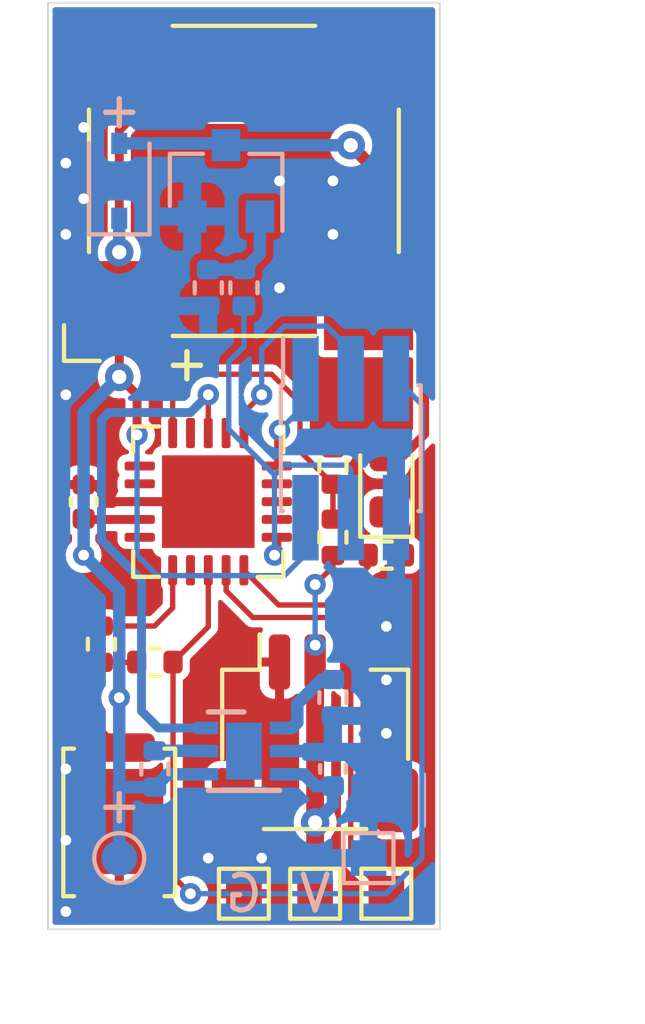
<source format=kicad_pcb>
(kicad_pcb (version 20221018) (generator pcbnew)
  (layers (0 "F.Cu" signal) (31 "B.Cu" signal) (34 "B.Paste" user) (35 "F.Paste" user) (36 "B.SilkS" user "B.Silkscreen") (37 "F.SilkS" user "F.Silkscreen") (38 "B.Mask" user) (39 "F.Mask" user) (44 "Edge.Cuts" user))
  (net 0 "")
  (net 1 "Net-(BZ1-Pad2)")
  (net 2 "VDD")
  (net 3 "GND")
  (net 4 "VCC")
  (net 5 "Net-(D2-Pad1)")
  (net 6 "/PA5_MISO")
  (net 7 "/PA4_SCK")
  (net 8 "/PA6_MOSI")
  (net 9 "/RST")
  (net 10 "/PB2_BZ-")
  (net 11 "Net-(Q1-Pad1)")
  (net 12 "Net-(R3-Pad1)")
  (net 13 "/PA3_SW")
  (net 14 "Net-(R7-Pad1)")
  (net 15 "Net-(R8-Pad1)")
  (net 16 "Net-(R9-Pad1)")
  (net 17 "/~{CHRG}")
  (net 18 "Net-(U1-Pad4)")
  (net 19 "Net-(U1-Pad6)")
  (net 20 "Net-(U1-Pad7)")
  (net 21 "Net-(U1-Pad10)")
  (net 22 "Net-(U1-Pad12)")
  (net 23 "Net-(U1-Pad17)")
  (net 24 "Net-(U1-Pad18)")
  (net 25 "Net-(U1-Pad19)")
  (net 26 "Net-(U1-Pad2)")
  (footprint "Buzzer_Beeper:MagneticBuzzer_CUI_CMT-8504-100-SMT" (layer "F.Cu") (at 160.5 94 90)
    (fp_text reference "BZ1" hide)
    (fp_text value "MLT-8530")
    (fp_text user "+" (at -5.1 -1.6 180) (layer "F.SilkS"))
    (fp_line (start -5.05 -5.05) (end -4.05 -5.05) (stroke (width 0.12)) (layer "F.SilkS"))
    (fp_line (start -5.05 -4.05) (end -5.05 -5.05) (stroke (width 0.12)) (layer "F.SilkS"))
    (fp_line (start -4.35 -2) (end -4.35 2) (stroke (width 0.12)) (layer "F.SilkS"))
    (fp_line (start -2 4.35) (end 2 4.35) (stroke (width 0.12)) (layer "F.SilkS"))
    (fp_line (start 2 -4.35) (end -2 -4.35) (stroke (width 0.12)) (layer "F.SilkS"))
    (fp_line (start 4.35 2) (end 4.35 -2) (stroke (width 0.12)) (layer "F.SilkS"))
    (pad "1" smd rect (at -3.5 -3.5) (size 2.5 2.5) (layers "F.Cu" "F.Paste" "F.Mask") (net 2 "VDD"))
    (pad "2" smd rect (at -3.5 3.5) (size 2.5 2.5) (layers "F.Cu" "F.Paste" "F.Mask") (net 1 "Net-(BZ1-Pad2)"))
    (pad "3" smd rect (at 3.5 3.5) (size 2.5 2.5) (layers "F.Cu" "F.Paste" "F.Mask"))
    (pad "4" smd rect (at 3.5 -3.5) (size 2.5 2.5) (layers "F.Cu" "F.Paste" "F.Mask"))
  )
  (footprint "Capacitor_SMD:C_0402_1005Metric" (layer "F.Cu") (at 156 103 -90)
    (fp_text reference "C1")
    (fp_text value "100nF")
    (fp_line (start -0.107836 -0.36) (end 0.107836 -0.36) (stroke (width 0.12)) (layer "F.SilkS"))
    (fp_line (start -0.107836 0.36) (end 0.107836 0.36) (stroke (width 0.12)) (layer "F.SilkS"))
    (pad "1" smd roundrect (at -0.48 0 270) (size 0.56 0.62) (layers "F.Cu" "F.Paste" "F.Mask") (net 3 "GND"))
    (pad "2" smd roundrect (at 0.48 0 270) (size 0.56 0.62) (layers "F.Cu" "F.Paste" "F.Mask") (net 2 "VDD"))
  )
  (footprint "LED_SMD:LED_0603_1608Metric" (layer "F.Cu") (at 164.5 102.5 90)
    (fp_text reference "D2")
    (fp_text value "LED")
    (fp_line (start -1.485 -0.735) (end -1.485 0.735) (stroke (width 0.12)) (layer "F.SilkS"))
    (fp_line (start -1.485 0.735) (end 0.8 0.735) (stroke (width 0.12)) (layer "F.SilkS"))
    (fp_line (start 0.8 -0.735) (end -1.485 -0.735) (stroke (width 0.12)) (layer "F.SilkS"))
    (pad "1" smd roundrect (at -0.7875 0 90) (size 0.875 0.95) (layers "F.Cu" "F.Paste" "F.Mask") (net 5 "Net-(D2-Pad1)"))
    (pad "2" smd roundrect (at 0.7875 0 90) (size 0.875 0.95) (layers "F.Cu" "F.Paste" "F.Mask") (net 2 "VDD"))
  )
  (footprint "TestPoint:TestPoint_Pad_1.0x1.0mm" (layer "F.Cu") (at 162.5 114)
    (fp_text reference "J2")
    (fp_text value "V")
    (fp_line (start -0.7 -0.7) (end 0.7 -0.7) (stroke (width 0.12)) (layer "F.SilkS"))
    (fp_line (start -0.7 0.7) (end -0.7 -0.7) (stroke (width 0.12)) (layer "F.SilkS"))
    (fp_line (start 0.7 -0.7) (end 0.7 0.7) (stroke (width 0.12)) (layer "F.SilkS"))
    (fp_line (start 0.7 0.7) (end -0.7 0.7) (stroke (width 0.12)) (layer "F.SilkS"))
    (pad "1" smd rect (at 0 0) (size 1 1) (layers "F.Cu" "F.Mask") (net 4 "VCC"))
  )
  (footprint "TestPoint:TestPoint_Pad_1.0x1.0mm" (layer "F.Cu") (at 160.5 114)
    (fp_text reference "J3")
    (fp_text value "G")
    (fp_line (start -0.7 -0.7) (end 0.7 -0.7) (stroke (width 0.12)) (layer "F.SilkS"))
    (fp_line (start -0.7 0.7) (end -0.7 -0.7) (stroke (width 0.12)) (layer "F.SilkS"))
    (fp_line (start 0.7 -0.7) (end 0.7 0.7) (stroke (width 0.12)) (layer "F.SilkS"))
    (fp_line (start 0.7 0.7) (end -0.7 0.7) (stroke (width 0.12)) (layer "F.SilkS"))
    (pad "1" smd rect (at 0 0) (size 1 1) (layers "F.Cu" "F.Mask") (net 3 "GND"))
  )
  (footprint "TestPoint:TestPoint_Pad_1.0x1.0mm" (layer "F.Cu") (at 164.5 114)
    (fp_text reference "J4")
    (fp_text value "BZ")
    (fp_line (start -0.7 -0.7) (end 0.7 -0.7) (stroke (width 0.12)) (layer "F.SilkS"))
    (fp_line (start -0.7 0.7) (end -0.7 -0.7) (stroke (width 0.12)) (layer "F.SilkS"))
    (fp_line (start 0.7 -0.7) (end 0.7 0.7) (stroke (width 0.12)) (layer "F.SilkS"))
    (fp_line (start 0.7 0.7) (end -0.7 0.7) (stroke (width 0.12)) (layer "F.SilkS"))
    (pad "1" smd rect (at 0 0) (size 1 1) (layers "F.Cu" "F.Mask") (net 10 "/PB2_BZ-"))
  )
  (footprint "Resistor_SMD:R_0402_1005Metric" (layer "F.Cu") (at 163 104 -90)
    (fp_text reference "R3")
    (fp_text value "100k")
    (fp_line (start -0.153641 -0.38) (end 0.153641 -0.38) (stroke (width 0.12)) (layer "F.SilkS"))
    (fp_line (start -0.153641 0.38) (end 0.153641 0.38) (stroke (width 0.12)) (layer "F.SilkS"))
    (pad "1" smd roundrect (at -0.51 0 270) (size 0.54 0.64) (layers "F.Cu" "F.Paste" "F.Mask") (net 12 "Net-(R3-Pad1)"))
    (pad "2" smd roundrect (at 0.51 0 270) (size 0.54 0.64) (layers "F.Cu" "F.Paste" "F.Mask") (net 4 "VCC"))
  )
  (footprint "Resistor_SMD:R_0402_1005Metric" (layer "F.Cu") (at 163 102 -90)
    (fp_text reference "R4")
    (fp_text value "10k")
    (fp_line (start -0.153641 -0.38) (end 0.153641 -0.38) (stroke (width 0.12)) (layer "F.SilkS"))
    (fp_line (start -0.153641 0.38) (end 0.153641 0.38) (stroke (width 0.12)) (layer "F.SilkS"))
    (pad "1" smd roundrect (at -0.51 0 270) (size 0.54 0.64) (layers "F.Cu" "F.Paste" "F.Mask") (net 3 "GND"))
    (pad "2" smd roundrect (at 0.51 0 270) (size 0.54 0.64) (layers "F.Cu" "F.Paste" "F.Mask") (net 12 "Net-(R3-Pad1)"))
  )
  (footprint "Resistor_SMD:R_0402_1005Metric" (layer "F.Cu") (at 158 107.5)
    (fp_text reference "R5")
    (fp_text value "10k")
    (fp_line (start -0.153641 -0.38) (end 0.153641 -0.38) (stroke (width 0.12)) (layer "F.SilkS"))
    (fp_line (start -0.153641 0.38) (end 0.153641 0.38) (stroke (width 0.12)) (layer "F.SilkS"))
    (pad "1" smd roundrect (at -0.51 0) (size 0.54 0.64) (layers "F.Cu" "F.Paste" "F.Mask") (net 2 "VDD"))
    (pad "2" smd roundrect (at 0.51 0) (size 0.54 0.64) (layers "F.Cu" "F.Paste" "F.Mask") (net 9 "/RST"))
  )
  (footprint "Resistor_SMD:R_0402_1005Metric" (layer "F.Cu") (at 156.5 107 -90)
    (fp_text reference "R6")
    (fp_text value "10k")
    (fp_line (start -0.153641 -0.38) (end 0.153641 -0.38) (stroke (width 0.12)) (layer "F.SilkS"))
    (fp_line (start -0.153641 0.38) (end 0.153641 0.38) (stroke (width 0.12)) (layer "F.SilkS"))
    (pad "1" smd roundrect (at -0.51 0 270) (size 0.54 0.64) (layers "F.Cu" "F.Paste" "F.Mask") (net 13 "/PA3_SW"))
    (pad "2" smd roundrect (at 0.51 0 270) (size 0.54 0.64) (layers "F.Cu" "F.Paste" "F.Mask") (net 2 "VDD"))
  )
  (footprint "Resistor_SMD:R_0402_1005Metric" (layer "F.Cu") (at 164.5 104.5)
    (fp_text reference "R7" hide)
    (fp_text value "100")
    (fp_line (start -0.153641 -0.38) (end 0.153641 -0.38) (stroke (width 0.12)) (layer "F.SilkS"))
    (fp_line (start -0.153641 0.38) (end 0.153641 0.38) (stroke (width 0.12)) (layer "F.SilkS"))
    (pad "1" smd roundrect (at -0.51 0) (size 0.54 0.64) (layers "F.Cu" "F.Paste" "F.Mask") (net 14 "Net-(R7-Pad1)"))
    (pad "2" smd roundrect (at 0.51 0) (size 0.54 0.64) (layers "F.Cu" "F.Paste" "F.Mask") (net 5 "Net-(D2-Pad1)"))
  )
  (footprint "Button_Switch_SMD:SW_Push_SPST_NO_Alps_SKRK" (layer "F.Cu") (at 157 112 -90)
    (fp_text reference "SW1")
    (fp_text value "BTN")
    (fp_line (start -2.07 -1.57) (end 2.07 -1.57) (stroke (width 0.12)) (layer "F.SilkS"))
    (fp_line (start -2.07 -1.27) (end -2.07 -1.57) (stroke (width 0.12)) (layer "F.SilkS"))
    (fp_line (start -2.07 1.57) (end -2.07 1.27) (stroke (width 0.12)) (layer "F.SilkS"))
    (fp_line (start 2.07 -1.57) (end 2.07 -1.27) (stroke (width 0.12)) (layer "F.SilkS"))
    (fp_line (start 2.07 1.27) (end 2.07 1.57) (stroke (width 0.12)) (layer "F.SilkS"))
    (fp_line (start 2.07 1.57) (end -2.07 1.57) (stroke (width 0.12)) (layer "F.SilkS"))
    (pad "1" smd roundrect (at -2.1 0 270) (size 0.8 2) (layers "F.Cu" "F.Paste" "F.Mask") (net 13 "/PA3_SW"))
    (pad "2" smd roundrect (at 2.1 0 270) (size 0.8 2) (layers "F.Cu" "F.Paste" "F.Mask") (net 3 "GND"))
  )
  (footprint "Package_DFN_QFN:QFN-20-1EP_4x4mm_P0.5mm_EP2.6x2.6mm" (layer "F.Cu") (at 159.5 103 -90)
    (fp_text reference "U1")
    (fp_text value "ATtiny24A-MU")
    (fp_line (start -2.11 2.11) (end -2.11 1.385) (stroke (width 0.12)) (layer "F.SilkS"))
    (fp_line (start -1.385 -2.11) (end -2.11 -2.11) (stroke (width 0.12)) (layer "F.SilkS"))
    (fp_line (start -1.385 2.11) (end -2.11 2.11) (stroke (width 0.12)) (layer "F.SilkS"))
    (fp_line (start 1.385 -2.11) (end 2.11 -2.11) (stroke (width 0.12)) (layer "F.SilkS"))
    (fp_line (start 1.385 2.11) (end 2.11 2.11) (stroke (width 0.12)) (layer "F.SilkS"))
    (fp_line (start 2.11 -2.11) (end 2.11 -1.385) (stroke (width 0.12)) (layer "F.SilkS"))
    (fp_line (start 2.11 2.11) (end 2.11 1.385) (stroke (width 0.12)) (layer "F.SilkS"))
    (pad "1" smd roundrect (at -1.925 -1 270) (size 0.85 0.25) (layers "F.Cu" "F.Paste" "F.Mask") (net 7 "/PA4_SCK"))
    (pad "2" smd roundrect (at -1.925 -0.5 270) (size 0.85 0.25) (layers "F.Cu" "F.Paste" "F.Mask") (net 26 "Net-(U1-Pad2)"))
    (pad "3" smd roundrect (at -1.925 0 270) (size 0.85 0.25) (layers "F.Cu" "F.Paste" "F.Mask") (net 17 "/~{CHRG}"))
    (pad "4" smd roundrect (at -1.925 0.5 270) (size 0.85 0.25) (layers "F.Cu" "F.Paste" "F.Mask") (net 18 "Net-(U1-Pad4)"))
    (pad "5" smd roundrect (at -1.925 1 270) (size 0.85 0.25) (layers "F.Cu" "F.Paste" "F.Mask") (net 12 "Net-(R3-Pad1)"))
    (pad "6" smd roundrect (at -1 1.925 270) (size 0.25 0.85) (layers "F.Cu" "F.Paste" "F.Mask") (net 19 "Net-(U1-Pad6)"))
    (pad "7" smd roundrect (at -0.5 1.925 270) (size 0.25 0.85) (layers "F.Cu" "F.Paste" "F.Mask") (net 20 "Net-(U1-Pad7)"))
    (pad "8" smd roundrect (at 0 1.925 270) (size 0.25 0.85) (layers "F.Cu" "F.Paste" "F.Mask") (net 3 "GND"))
    (pad "9" smd roundrect (at 0.5 1.925 270) (size 0.25 0.85) (layers "F.Cu" "F.Paste" "F.Mask") (net 2 "VDD"))
    (pad "10" smd roundrect (at 1 1.925 270) (size 0.25 0.85) (layers "F.Cu" "F.Paste" "F.Mask") (net 21 "Net-(U1-Pad10)"))
    (pad "11" smd roundrect (at 1.925 1 270) (size 0.85 0.25) (layers "F.Cu" "F.Paste" "F.Mask") (net 13 "/PA3_SW"))
    (pad "12" smd roundrect (at 1.925 0.5 270) (size 0.85 0.25) (layers "F.Cu" "F.Paste" "F.Mask") (net 22 "Net-(U1-Pad12)"))
    (pad "13" smd roundrect (at 1.925 0 270) (size 0.85 0.25) (layers "F.Cu" "F.Paste" "F.Mask") (net 9 "/RST"))
    (pad "14" smd roundrect (at 1.925 -0.5 270) (size 0.85 0.25) (layers "F.Cu" "F.Paste" "F.Mask") (net 10 "/PB2_BZ-"))
    (pad "15" smd roundrect (at 1.925 -1 270) (size 0.85 0.25) (layers "F.Cu" "F.Paste" "F.Mask") (net 14 "Net-(R7-Pad1)"))
    (pad "16" smd roundrect (at 1 -1.925 270) (size 0.25 0.85) (layers "F.Cu" "F.Paste" "F.Mask") (net 8 "/PA6_MOSI"))
    (pad "17" smd roundrect (at 0.5 -1.925 270) (size 0.25 0.85) (layers "F.Cu" "F.Paste" "F.Mask") (net 23 "Net-(U1-Pad17)"))
    (pad "18" smd roundrect (at 0 -1.925 270) (size 0.25 0.85) (layers "F.Cu" "F.Paste" "F.Mask") (net 24 "Net-(U1-Pad18)"))
    (pad "19" smd roundrect (at -0.5 -1.925 270) (size 0.25 0.85) (layers "F.Cu" "F.Paste" "F.Mask") (net 25 "Net-(U1-Pad19)"))
    (pad "20" smd roundrect (at -1 -1.925 270) (size 0.25 0.85) (layers "F.Cu" "F.Paste" "F.Mask") (net 6 "/PA5_MISO"))
    (pad "21" smd rect (at 0 0 270) (size 2.6 2.6) (layers "F.Cu" "F.Mask") (net 3 "GND"))
  )
  (footprint "Connector_JST:JST_SH_SM03B-SRSS-TB_1x03-1MP_P1.00mm_Horizontal" (layer "F.Cu") (at 162.5 109.5)
    (fp_text reference "J5" hide)
    (fp_text value "BUZ")
    (fp_line (start -2.61 -1.785) (end -1.56 -1.785) (stroke (width 0.12)) (layer "F.SilkS"))
    (fp_line (start -2.61 0.715) (end -2.61 -1.785) (stroke (width 0.12)) (layer "F.SilkS"))
    (fp_line (start -1.56 -1.785) (end -1.56 -2.775) (stroke (width 0.12)) (layer "F.SilkS"))
    (fp_line (start -1.44 2.685) (end 1.44 2.685) (stroke (width 0.12)) (layer "F.SilkS"))
    (fp_line (start 2.61 -1.785) (end 1.56 -1.785) (stroke (width 0.12)) (layer "F.SilkS"))
    (fp_line (start 2.61 0.715) (end 2.61 -1.785) (stroke (width 0.12)) (layer "F.SilkS"))
    (pad "1" smd roundrect (at -1 -2) (size 0.6 1.55) (layers "F.Cu" "F.Paste" "F.Mask") (net 3 "GND"))
    (pad "2" smd roundrect (at 0 -2) (size 0.6 1.55) (layers "F.Cu" "F.Paste" "F.Mask") (net 4 "VCC"))
    (pad "3" smd roundrect (at 1 -2) (size 0.6 1.55) (layers "F.Cu" "F.Paste" "F.Mask") (net 10 "/PB2_BZ-"))
    (pad "MP" smd roundrect (at -2.3 1.875) (size 1.2 1.8) (layers "F.Cu" "F.Paste" "F.Mask") (roundrect_rratio 0.2083325))
    (pad "MP" smd roundrect (at 2.3 1.875) (size 1.2 1.8) (layers "F.Cu" "F.Paste" "F.Mask") (roundrect_rratio 0.2083325))
  )
  (footprint "Capacitor_SMD:C_0402_1005Metric" (layer "B.Cu") (at 163 110.5 -90)
    (fp_text reference "C2")
    (fp_text value "1uF")
    (fp_line (start -0.107836 -0.36) (end 0.107836 -0.36) (stroke (width 0.12)) (layer "B.SilkS"))
    (fp_line (start -0.107836 0.36) (end 0.107836 0.36) (stroke (width 0.12)) (layer "B.SilkS"))
    (pad "1" smd roundrect (at -0.48 0 270) (size 0.56 0.62) (layers "B.Cu" "B.Paste" "B.Mask") (net 3 "GND"))
    (pad "2" smd roundrect (at 0.48 0 270) (size 0.56 0.62) (layers "B.Cu" "B.Paste" "B.Mask") (net 4 "VCC"))
  )
  (footprint "Diode_SMD:D_SOD-323" (layer "B.Cu") (at 157 94 90)
    (fp_text reference "D1")
    (fp_text value "1N4007")
    (fp_line (start -1.5 -0.85) (end 1.05 -0.85) (stroke (width 0.12)) (layer "B.SilkS"))
    (fp_line (start -1.5 0.85) (end -1.5 -0.85) (stroke (width 0.12)) (layer "B.SilkS"))
    (fp_line (start -1.5 0.85) (end 1.05 0.85) (stroke (width 0.12)) (layer "B.SilkS"))
    (pad "1" smd rect (at -1.05 0 90) (size 0.6 0.45) (layers "B.Cu" "B.Paste" "B.Mask") (net 2 "VDD"))
    (pad "2" smd rect (at 1.05 0 90) (size 0.6 0.45) (layers "B.Cu" "B.Paste" "B.Mask") (net 1 "Net-(BZ1-Pad2)"))
  )
  (footprint "Connector_PinHeader_1.27mm:PinHeader_2x03_P1.27mm_Vertical_SMD" (layer "B.Cu") (at 163.5 101.5 -90)
    (fp_text reference "J1" hide)
    (fp_text value "ISP")
    (fp_line (start -3.09 1.9) (end -1.765 1.9) (stroke (width 0.12)) (layer "B.SilkS"))
    (fp_line (start -1.765 -1.965) (end 1.765 -1.965) (stroke (width 0.12)) (layer "B.SilkS"))
    (fp_line (start -1.765 -1.9) (end -1.765 -1.965) (stroke (width 0.12)) (layer "B.SilkS"))
    (fp_line (start -1.765 1.965) (end -1.765 1.9) (stroke (width 0.12)) (layer "B.SilkS"))
    (fp_line (start -1.765 1.965) (end 1.765 1.965) (stroke (width 0.12)) (layer "B.SilkS"))
    (fp_line (start 1.765 -1.9) (end 1.765 -1.965) (stroke (width 0.12)) (layer "B.SilkS"))
    (fp_line (start 1.765 1.965) (end 1.765 1.9) (stroke (width 0.12)) (layer "B.SilkS"))
    (pad "1" smd rect (at -1.95 1.27 270) (size 2.4 0.74) (layers "B.Cu" "B.Paste" "B.Mask") (net 6 "/PA5_MISO"))
    (pad "2" smd rect (at 1.95 1.27 270) (size 2.4 0.74) (layers "B.Cu" "B.Paste" "B.Mask") (net 2 "VDD"))
    (pad "3" smd rect (at -1.95 0 270) (size 2.4 0.74) (layers "B.Cu" "B.Paste" "B.Mask") (net 7 "/PA4_SCK"))
    (pad "4" smd rect (at 1.95 0 270) (size 2.4 0.74) (layers "B.Cu" "B.Paste" "B.Mask") (net 8 "/PA6_MOSI"))
    (pad "5" smd rect (at -1.95 -1.27 270) (size 2.4 0.74) (layers "B.Cu" "B.Paste" "B.Mask") (net 9 "/RST"))
    (pad "6" smd rect (at 1.95 -1.27 270) (size 2.4 0.74) (layers "B.Cu" "B.Paste" "B.Mask") (net 3 "GND"))
  )
  (footprint "TestPoint:TestPoint_Pad_D1.0mm" (layer "B.Cu") (at 157 113)
    (fp_text reference "J6")
    (fp_text value "B+")
    (fp_circle (center 0 0) (end 0 -0.7) (stroke (width 0.12)) (fill none) (layer "B.SilkS"))
    (pad "1" smd circle (at 0 0) (size 1 1) (layers "B.Cu" "B.Mask") (net 2 "VDD"))
  )
  (footprint "TestPoint:TestPoint_Pad_1.0x1.0mm" (layer "B.Cu") (at 164 113 180)
    (fp_text reference "J7")
    (fp_text value "B-")
    (fp_line (start -0.7 -0.7) (end -0.7 0.7) (stroke (width 0.12)) (layer "B.SilkS"))
    (fp_line (start -0.7 0.7) (end 0.7 0.7) (stroke (width 0.12)) (layer "B.SilkS"))
    (fp_line (start 0.7 -0.7) (end -0.7 -0.7) (stroke (width 0.12)) (layer "B.SilkS"))
    (fp_line (start 0.7 0.7) (end 0.7 -0.7) (stroke (width 0.12)) (layer "B.SilkS"))
    (pad "1" smd rect (at 0 0 180) (size 1 1) (layers "B.Cu" "B.Mask") (net 3 "GND"))
  )
  (footprint "Package_TO_SOT_SMD:SOT-23" (layer "B.Cu") (at 160 94 90)
    (fp_text reference "Q1")
    (fp_text value "2N7002")
    (fp_line (start 0.76 -1.58) (end -0.7 -1.58) (stroke (width 0.12)) (layer "B.SilkS"))
    (fp_line (start 0.76 -1.58) (end 0.76 -0.65) (stroke (width 0.12)) (layer "B.SilkS"))
    (fp_line (start 0.76 1.58) (end -1.4 1.58) (stroke (width 0.12)) (layer "B.SilkS"))
    (fp_line (start 0.76 1.58) (end 0.76 0.65) (stroke (width 0.12)) (layer "B.SilkS"))
    (pad "1" smd rect (at -1 0.95 90) (size 0.9 0.8) (layers "B.Cu" "B.Paste" "B.Mask") (net 11 "Net-(Q1-Pad1)"))
    (pad "2" smd rect (at -1 -0.95 90) (size 0.9 0.8) (layers "B.Cu" "B.Paste" "B.Mask") (net 3 "GND"))
    (pad "3" smd rect (at 1 0 90) (size 0.9 0.8) (layers "B.Cu" "B.Paste" "B.Mask") (net 1 "Net-(BZ1-Pad2)"))
  )
  (footprint "Resistor_SMD:R_0402_1005Metric" (layer "B.Cu") (at 160.5 97 -90)
    (fp_text reference "R1")
    (fp_text value "100")
    (fp_line (start -0.153641 -0.38) (end 0.153641 -0.38) (stroke (width 0.12)) (layer "B.SilkS"))
    (fp_line (start -0.153641 0.38) (end 0.153641 0.38) (stroke (width 0.12)) (layer "B.SilkS"))
    (pad "1" smd roundrect (at -0.51 0 270) (size 0.54 0.64) (layers "B.Cu" "B.Paste" "B.Mask") (net 11 "Net-(Q1-Pad1)"))
    (pad "2" smd roundrect (at 0.51 0 270) (size 0.54 0.64) (layers "B.Cu" "B.Paste" "B.Mask") (net 8 "/PA6_MOSI"))
  )
  (footprint "Resistor_SMD:R_0402_1005Metric" (layer "B.Cu") (at 159.5 97 -90)
    (fp_text reference "R2")
    (fp_text value "10k")
    (fp_line (start -0.153641 -0.38) (end 0.153641 -0.38) (stroke (width 0.12)) (layer "B.SilkS"))
    (fp_line (start -0.153641 0.38) (end 0.153641 0.38) (stroke (width 0.12)) (layer "B.SilkS"))
    (pad "1" smd roundrect (at -0.51 0 270) (size 0.54 0.64) (layers "B.Cu" "B.Paste" "B.Mask") (net 11 "Net-(Q1-Pad1)"))
    (pad "2" smd roundrect (at 0.51 0 270) (size 0.54 0.64) (layers "B.Cu" "B.Paste" "B.Mask") (net 3 "GND"))
  )
  (footprint "Resistor_SMD:R_0402_1005Metric" (layer "B.Cu") (at 158 110.5 -90)
    (fp_text reference "R9")
    (fp_text value "1M")
    (fp_line (start -0.153641 -0.38) (end 0.153641 -0.38) (stroke (width 0.12)) (layer "B.SilkS"))
    (fp_line (start -0.153641 0.38) (end 0.153641 0.38) (stroke (width 0.12)) (layer "B.SilkS"))
    (pad "1" smd roundrect (at -0.51 0 270) (size 0.54 0.64) (layers "B.Cu" "B.Paste" "B.Mask") (net 16 "Net-(R9-Pad1)"))
    (pad "2" smd roundrect (at 0.51 0 270) (size 0.54 0.64) (layers "B.Cu" "B.Paste" "B.Mask") (net 2 "VDD"))
  )
  (footprint "Package_DFN_QFN:DFN-6-1EP_2x2mm_P0.65mm_EP1x1.6mm" (layer "B.Cu") (at 160.5 110 180)
    (fp_text reference "U2")
    (fp_text value "LP4059")
    (fp_line (start -1 -1.1) (end 1 -1.1) (stroke (width 0.15)) (layer "B.SilkS"))
    (fp_line (start 0 1.1) (end 1 1.1) (stroke (width 0.15)) (layer "B.SilkS"))
    (pad "1" smd rect (at -1.05 0.65 180) (size 0.65 0.35) (layers "B.Cu" "B.Paste" "B.Mask") (net 15 "Net-(R8-Pad1)"))
    (pad "2" smd rect (at -1.05 0 180) (size 0.65 0.35) (layers "B.Cu" "B.Paste" "B.Mask") (net 3 "GND"))
    (pad "3" smd rect (at -1.05 -0.65 180) (size 0.65 0.35) (layers "B.Cu" "B.Paste" "B.Mask") (net 4 "VCC"))
    (pad "4" smd rect (at 1.05 -0.65 180) (size 0.65 0.35) (layers "B.Cu" "B.Paste" "B.Mask") (net 2 "VDD"))
    (pad "5" smd rect (at 1.05 0 180) (size 0.65 0.35) (layers "B.Cu" "B.Paste" "B.Mask") (net 16 "Net-(R9-Pad1)"))
    (pad "6" smd rect (at 1.05 0.65 180) (size 0.65 0.35) (layers "B.Cu" "B.Paste" "B.Mask") (net 17 "/~{CHRG}"))
    (pad "7" smd rect (at 0 0 180) (size 1 1.6) (layers "B.Cu" "B.Mask"))
  )
  (footprint "Resistor_SMD:R_0402_1005Metric" (layer "B.Cu") (at 163 108.5 -90)
    (fp_text reference "R8")
    (fp_text value "6.04k")
    (fp_line (start -0.153641 -0.38) (end 0.153641 -0.38) (stroke (width 0.12)) (layer "B.SilkS"))
    (fp_line (start -0.153641 0.38) (end 0.153641 0.38) (stroke (width 0.12)) (layer "B.SilkS"))
    (pad "1" smd roundrect (at -0.51 0 270) (size 0.54 0.64) (layers "B.Cu" "B.Paste" "B.Mask") (net 15 "Net-(R8-Pad1)"))
    (pad "2" smd roundrect (at 0.51 0 270) (size 0.54 0.64) (layers "B.Cu" "B.Paste" "B.Mask") (net 3 "GND"))
  )
  (gr_line (start 155 89) (end 155 115) (stroke (width 0.05)) (layer "Edge.Cuts"))
  (gr_line (start 166 89) (end 155 89) (stroke (width 0.05)) (layer "Edge.Cuts"))
  (gr_line (start 166 115) (end 166 89) (stroke (width 0.05)) (layer "Edge.Cuts"))
  (gr_line (start 155 115) (end 166 115) (stroke (width 0.05)) (layer "Edge.Cuts"))
  (gr_text "+" (at 157 92) (layer "B.SilkS") (effects (font (size 1 1)) (justify mirror)))
  (gr_text "G" (at 160.5 114) (layer "B.SilkS") (effects (font (size 1 1)) (justify mirror)))
  (gr_text "+" (at 157 111.5) (layer "B.SilkS") (effects (font (size 1 1)) (justify mirror)))
  (gr_text "V" (at 162.5 114) (layer "B.SilkS") (effects (font (size 1 1)) (justify mirror)))
  (segment (start 164 93.5) (end 163.5 93) (width 0.35) (layer "F.Cu") (net 1))
  (segment (start 164 97.5) (end 164 93.5) (width 0.35) (layer "F.Cu") (net 1))
  (via (at 163.5 93) (size 0.8) (drill 0.4) (layers "F.Cu" "B.Cu") (net 1))
  (segment (start 159.95 92.95) (end 160 93) (width 0.35) (layer "B.Cu") (net 1))
  (segment (start 163.5 93) (end 160 93) (width 0.35) (layer "B.Cu") (net 1))
  (segment (start 157 92.95) (end 159.95 92.95) (width 0.35) (layer "B.Cu") (net 1))
  (segment (start 157.48 107.51) (end 157.49 107.5) (width 0.15) (layer "F.Cu") (net 2))
  (segment (start 157 97.5) (end 157 96) (width 0.35) (layer "F.Cu") (net 2))
  (segment (start 156.5 107.51) (end 156.99 107.51) (width 0.15) (layer "F.Cu") (net 2))
  (segment (start 157.5 101.125) (end 157.5 100) (width 0.25) (layer "F.Cu") (net 2))
  (segment (start 165.575001 101.112499) (end 164.975 101.7125) (width 0.25) (layer "F.Cu") (net 2))
  (segment (start 163.648003 92.075001) (end 165.575001 94.001999) (width 0.25) (layer "F.Cu") (net 2))
  (segment (start 157 99.5) (end 157 97.5) (width 0.25) (layer "F.Cu") (net 2))
  (segment (start 157.5 92.075001) (end 163.648003 92.075001) (width 0.25) (layer "F.Cu") (net 2))
  (segment (start 156.02 103.5) (end 156 103.48) (width 0.25) (layer "F.Cu") (net 2))
  (segment (start 156 104.5) (end 156 103.48) (width 0.25) (layer "F.Cu") (net 2))
  (segment (start 157.575 103.5) (end 156.02 103.5) (width 0.25) (layer "F.Cu") (net 2))
  (segment (start 157.5 107.51) (end 157.49 107.5) (width 0.25) (layer "F.Cu") (net 2))
  (segment (start 157 92.575001) (end 157.5 92.075001) (width 0.25) (layer "F.Cu") (net 2))
  (segment (start 164.975 101.7125) (end 164.5 101.7125) (width 0.25) (layer "F.Cu") (net 2))
  (segment (start 156.99 107.51) (end 157.48 107.51) (width 0.15) (layer "F.Cu") (net 2))
  (segment (start 157 107.52) (end 156.99 107.51) (width 0.15) (layer "F.Cu") (net 2))
  (segment (start 157.5 100) (end 157 99.5) (width 0.25) (layer "F.Cu") (net 2))
  (segment (start 157 96) (end 157 92.575001) (width 0.25) (layer "F.Cu") (net 2))
  (segment (start 165.575001 94.001999) (end 165.575001 101.112499) (width 0.25) (layer "F.Cu") (net 2))
  (segment (start 157 108.5) (end 157 107.52) (width 0.15) (layer "F.Cu") (net 2))
  (via (at 157 108.5) (size 0.6) (drill 0.3) (layers "F.Cu" "B.Cu") (net 2))
  (via (at 156 104.5) (size 0.6) (drill 0.3) (layers "F.Cu" "B.Cu") (net 2))
  (via (at 157 99.5) (size 0.8) (drill 0.4) (layers "F.Cu" "B.Cu") (net 2))
  (via (at 157 96) (size 0.8) (drill 0.4) (layers "F.Cu" "B.Cu") (net 2))
  (via (at 157.5 101.125) (size 0.6) (drill 0.3) (layers "F.Cu" "B.Cu") (net 2))
  (segment (start 157 108.5) (end 157 105.5) (width 0.35) (layer "B.Cu") (net 2))
  (segment (start 157 113) (end 157 112.01) (width 0.35) (layer "B.Cu") (net 2))
  (segment (start 161.635999 105.075001) (end 158.075001 105.075001) (width 0.15) (layer "B.Cu") (net 2))
  (segment (start 159.45 110.65) (end 158.36 110.65) (width 0.35) (layer "B.Cu") (net 2))
  (segment (start 156 104.5) (end 156 100.5) (width 0.35) (layer "B.Cu") (net 2))
  (segment (start 157 112.01) (end 157 111) (width 0.35) (layer "B.Cu") (net 2))
  (segment (start 157.5 101.494988) (end 157.5 101.125) (width 0.15) (layer "B.Cu") (net 2))
  (segment (start 157 109) (end 157 108.5) (width 0.35) (layer "B.Cu") (net 2))
  (segment (start 162.23 104.481) (end 161.635999 105.075001) (width 0.15) (layer "B.Cu") (net 2))
  (segment (start 158 111.01) (end 157.01 111.01) (width 0.35) (layer "B.Cu") (net 2))
  (segment (start 158.075001 105.075001) (end 157.5 104.5) (width 0.15) (layer "B.Cu") (net 2))
  (segment (start 157.5 104.5) (end 157.5 101.494988) (width 0.15) (layer "B.Cu") (net 2))
  (segment (start 157 96) (end 157 95.05) (width 0.35) (layer "B.Cu") (net 2))
  (segment (start 157.01 111.01) (end 157 111) (width 0.35) (layer "B.Cu") (net 2))
  (segment (start 157 105.5) (end 156 104.5) (width 0.35) (layer "B.Cu") (net 2))
  (segment (start 162.23 103.45) (end 162.23 104.481) (width 0.15) (layer "B.Cu") (net 2))
  (segment (start 158.36 110.65) (end 158 111.01) (width 0.35) (layer "B.Cu") (net 2))
  (segment (start 157 108.5) (end 157 108.5) (width 0.35) (layer "B.Cu") (net 2))
  (segment (start 157 111) (end 157 109) (width 0.35) (layer "B.Cu") (net 2))
  (segment (start 156 100.5) (end 157 99.5) (width 0.35) (layer "B.Cu") (net 2))
  (segment (start 156.31 102.52) (end 156.79 103) (width 0.25) (layer "F.Cu") (net 3))
  (segment (start 156.79 103) (end 157.575 103) (width 0.25) (layer "F.Cu") (net 3))
  (segment (start 156 102.52) (end 156.31 102.52) (width 0.25) (layer "F.Cu") (net 3))
  (via (at 161.5 94) (size 0.6) (drill 0.3) (layers "F.Cu" "B.Cu") (net 3))
  (via (at 163 95.5) (size 0.6) (drill 0.3) (layers "F.Cu" "B.Cu") (net 3))
  (via (at 155.5 100) (size 0.6) (drill 0.3) (layers "F.Cu" "B.Cu") (net 3))
  (via (at 161.5 97) (size 0.6) (drill 0.3) (layers "F.Cu" "B.Cu") (net 3))
  (via (at 161 113) (size 0.6) (drill 0.3) (layers "F.Cu" "B.Cu") (net 3))
  (via (at 156 92.5) (size 0.6) (drill 0.3) (layers "F.Cu" "B.Cu") (net 3))
  (via (at 164.5 106.5) (size 0.6) (drill 0.3) (layers "F.Cu" "B.Cu") (net 3))
  (via (at 155.5 110.5) (size 0.6) (drill 0.3) (layers "F.Cu" "B.Cu") (net 3))
  (via (at 155.5 112.5) (size 0.6) (drill 0.3) (layers "F.Cu" "B.Cu") (net 3))
  (via (at 164.5 109.5) (size 0.6) (drill 0.3) (layers "F.Cu" "B.Cu") (net 3))
  (via (at 155.5 114.5) (size 0.6) (drill 0.3) (layers "F.Cu" "B.Cu") (net 3))
  (via (at 156 94.5) (size 0.6) (drill 0.3) (layers "F.Cu" "B.Cu") (net 3))
  (via (at 159.5 113) (size 0.6) (drill 0.3) (layers "F.Cu" "B.Cu") (net 3))
  (via (at 155.5 93.5) (size 0.6) (drill 0.3) (layers "F.Cu" "B.Cu") (net 3))
  (via (at 164.5 108) (size 0.6) (drill 0.3) (layers "F.Cu" "B.Cu") (net 3))
  (via (at 163 94) (size 0.6) (drill 0.3) (layers "F.Cu" "B.Cu") (net 3))
  (via (at 155.5 95.5) (size 0.6) (drill 0.3) (layers "F.Cu" "B.Cu") (net 3))
  (segment (start 164 113) (end 164 110.71) (width 0.35) (layer "B.Cu") (net 3))
  (segment (start 162.98 110) (end 163 110.02) (width 0.35) (layer "B.Cu") (net 3))
  (segment (start 161.55 110) (end 162.98 110) (width 0.35) (layer "B.Cu") (net 3))
  (segment (start 163.31 110.02) (end 163 110.02) (width 0.35) (layer "B.Cu") (net 3))
  (segment (start 164 110.71) (end 163.31 110.02) (width 0.35) (layer "B.Cu") (net 3))
  (segment (start 162.5 112) (end 162.5 107.5) (width 0.5) (layer "F.Cu") (net 4))
  (segment (start 163 104.51) (end 163 104.82498) (width 0.15) (layer "F.Cu") (net 4))
  (segment (start 162.5 107.5) (end 162.5 107.02499) (width 0.35) (layer "F.Cu") (net 4))
  (segment (start 163 104.82498) (end 162.5 105.32498) (width 0.15) (layer "F.Cu") (net 4))
  (segment (start 162.5 114) (end 162.5 112) (width 0.5) (layer "F.Cu") (net 4))
  (via (at 162.5 112) (size 0.8) (drill 0.4) (layers "F.Cu" "B.Cu") (net 4))
  (via (at 162.5 107.02499) (size 0.6) (drill 0.3) (layers "F.Cu" "B.Cu") (net 4))
  (via (at 162.5 105.32498) (size 0.6) (drill 0.3) (layers "F.Cu" "B.Cu") (net 4))
  (segment (start 162.19 110.65) (end 161.55 110.65) (width 0.35) (layer "B.Cu") (net 4))
  (segment (start 163 110.98) (end 163 111.5) (width 0.35) (layer "B.Cu") (net 4))
  (segment (start 162.5 107.02499) (end 162.5 105.32498) (width 0.15) (layer "B.Cu") (net 4))
  (segment (start 162.52 110.98) (end 162.19 110.65) (width 0.35) (layer "B.Cu") (net 4))
  (segment (start 163 111.5) (end 162.5 112) (width 0.35) (layer "B.Cu") (net 4))
  (segment (start 163 110.98) (end 162.52 110.98) (width 0.35) (layer "B.Cu") (net 4))
  (segment (start 165.01 104.5) (end 165 104.5) (width 0.25) (layer "F.Cu") (net 5))
  (segment (start 165 104.5) (end 164.5 104) (width 0.15) (layer "F.Cu") (net 5))
  (segment (start 164.5 104) (end 164.5 103.2875) (width 0.15) (layer "F.Cu") (net 5))
  (segment (start 161.425 102) (end 161.425 101.075) (width 0.15) (layer "F.Cu") (net 6))
  (segment (start 161.425 101.075) (end 161.5 101) (width 0.15) (layer "F.Cu") (net 6))
  (via (at 161.5 101) (size 0.6) (drill 0.3) (layers "F.Cu" "B.Cu") (net 6))
  (segment (start 161.5 101) (end 162.23 100.27) (width 0.15) (layer "B.Cu") (net 6))
  (segment (start 162.23 100.27) (end 162.23 99.55) (width 0.15) (layer "B.Cu") (net 6))
  (segment (start 160.5 100.5) (end 161 100) (width 0.15) (layer "F.Cu") (net 7))
  (segment (start 160.5 101.075) (end 160.5 100.5) (width 0.15) (layer "F.Cu") (net 7))
  (via (at 161 100) (size 0.6) (drill 0.3) (layers "F.Cu" "B.Cu") (net 7))
  (segment (start 161 98.714998) (end 161.639999 98.074999) (width 0.15) (layer "B.Cu") (net 7))
  (segment (start 163.5 98.754998) (end 163.5 99.55) (width 0.15) (layer "B.Cu") (net 7))
  (segment (start 162.820001 98.074999) (end 163.5 98.754998) (width 0.15) (layer "B.Cu") (net 7))
  (segment (start 161.639999 98.074999) (end 162.820001 98.074999) (width 0.15) (layer "B.Cu") (net 7))
  (segment (start 161 100) (end 161 98.714998) (width 0.15) (layer "B.Cu") (net 7))
  (segment (start 161.425 104) (end 161.425 104.434998) (width 0.25) (layer "F.Cu") (net 8))
  (segment (start 161.425 104.434998) (end 161.359998 104.5) (width 0.25) (layer "F.Cu") (net 8))
  (via (at 161.359998 104.5) (size 0.6) (drill 0.3) (layers "F.Cu" "B.Cu") (net 8))
  (segment (start 161.359998 104.5) (end 161.359998 102.255) (width 0.15) (layer "B.Cu") (net 8))
  (segment (start 161.359998 102.255) (end 160.075001 100.970003) (width 0.15) (layer "B.Cu") (net 8))
  (segment (start 161.359998 102.255) (end 161.639999 101.974999) (width 0.15) (layer "B.Cu") (net 8))
  (segment (start 160.5 98.650002) (end 160.5 97.51) (width 0.15) (layer "B.Cu") (net 8))
  (segment (start 160.075001 99.075001) (end 160.5 98.650002) (width 0.15) (layer "B.Cu") (net 8))
  (segment (start 161.639999 101.974999) (end 163.374999 101.974999) (width 0.15) (layer "B.Cu") (net 8))
  (segment (start 163.374999 101.974999) (end 163.5 102.1) (width 0.15) (layer "B.Cu") (net 8))
  (segment (start 160.075001 100.970003) (end 160.075001 99.075001) (width 0.15) (layer "B.Cu") (net 8))
  (segment (start 163.5 102.1) (end 163.5 103.45) (width 0.15) (layer "B.Cu") (net 8))
  (segment (start 158.51 107.5) (end 158.51 113.51) (width 0.15) (layer "F.Cu") (net 9))
  (segment (start 159.5 106.51) (end 159.5 104.925) (width 0.15) (layer "F.Cu") (net 9))
  (segment (start 158.51 113.51) (end 159 114) (width 0.15) (layer "F.Cu") (net 9))
  (segment (start 158.51 107.5) (end 159.5 106.51) (width 0.15) (layer "F.Cu") (net 9))
  (via (at 159 114) (size 0.6) (drill 0.3) (layers "F.Cu" "B.Cu") (net 9))
  (segment (start 165.5 100.28) (end 164.77 99.55) (width 0.15) (layer "B.Cu") (net 9))
  (segment (start 164.495002 114) (end 165.5 112.995002) (width 0.15) (layer "B.Cu") (net 9))
  (segment (start 159 114) (end 164.495002 114) (width 0.15) (layer "B.Cu") (net 9))
  (segment (start 165.5 112.995002) (end 165.5 100.28) (width 0.15) (layer "B.Cu") (net 9))
  (segment (start 163.5 107.5) (end 163.5 113) (width 0.15) (layer "F.Cu") (net 10))
  (segment (start 163.5 106.725) (end 163.024991 106.249991) (width 0.15) (layer "F.Cu") (net 10))
  (segment (start 160.749991 106.249991) (end 160 105.5) (width 0.15) (layer "F.Cu") (net 10))
  (segment (start 160 105.5) (end 160 104.925) (width 0.15) (layer "F.Cu") (net 10))
  (segment (start 163.5 107.5) (end 163.5 106.725) (width 0.15) (layer "F.Cu") (net 10))
  (segment (start 163.024991 106.249991) (end 160.749991 106.249991) (width 0.15) (layer "F.Cu") (net 10))
  (segment (start 163.5 113) (end 164.5 114) (width 0.15) (layer "F.Cu") (net 10))
  (segment (start 160.5 96.49) (end 159.5 96.49) (width 0.35) (layer "B.Cu") (net 11))
  (segment (start 160.95 96.04) (end 160.5 96.49) (width 0.35) (layer "B.Cu") (net 11))
  (segment (start 160.95 95) (end 160.95 96.04) (width 0.35) (layer "B.Cu") (net 11))
  (segment (start 162.075001 100.223999) (end 161.276001 99.424999) (width 0.15) (layer "F.Cu") (net 12))
  (segment (start 159.223999 99.424999) (end 158.5 100.148998) (width 0.15) (layer "F.Cu") (net 12))
  (segment (start 163 102.51) (end 162.908022 102.51) (width 0.25) (layer "F.Cu") (net 12))
  (segment (start 163 102.51) (end 162.075001 101.585001) (width 0.15) (layer "F.Cu") (net 12))
  (segment (start 162.075001 101.585001) (end 162.075001 100.223999) (width 0.15) (layer "F.Cu") (net 12))
  (segment (start 163 103.49) (end 163 102.51) (width 0.15) (layer "F.Cu") (net 12))
  (segment (start 161.276001 99.424999) (end 159.223999 99.424999) (width 0.15) (layer "F.Cu") (net 12))
  (segment (start 158.5 100.148998) (end 158.5 101.075) (width 0.15) (layer "F.Cu") (net 12))
  (segment (start 157.99 106.49) (end 158.5 105.98) (width 0.15) (layer "F.Cu") (net 13))
  (segment (start 155.90499 107.08501) (end 156.5 106.49) (width 0.15) (layer "F.Cu") (net 13))
  (segment (start 156.5 106.49) (end 157.99 106.49) (width 0.15) (layer "F.Cu") (net 13))
  (segment (start 157 109.9) (end 155.90499 108.80499) (width 0.15) (layer "F.Cu") (net 13))
  (segment (start 158.5 105.98) (end 158.5 104.925) (width 0.15) (layer "F.Cu") (net 13))
  (segment (start 155.90499 108.80499) (end 155.90499 107.08501) (width 0.15) (layer "F.Cu") (net 13))
  (segment (start 162.910019 105.899981) (end 161.474981 105.899981) (width 0.15) (layer "F.Cu") (net 14))
  (segment (start 163.99 104.5) (end 163.99 104.82) (width 0.15) (layer "F.Cu") (net 14))
  (segment (start 163.99 104.82) (end 162.910019 105.899981) (width 0.15) (layer "F.Cu") (net 14))
  (segment (start 161.474981 105.899981) (end 160.5 104.925) (width 0.15) (layer "F.Cu") (net 14))
  (segment (start 162 108.67) (end 162.68 107.99) (width 0.35) (layer "B.Cu") (net 15))
  (segment (start 162.68 107.99) (end 163 107.99) (width 0.35) (layer "B.Cu") (net 15))
  (segment (start 161.85 109.35) (end 162 109.2) (width 0.35) (layer "B.Cu") (net 15))
  (segment (start 162 109.2) (end 162 108.67) (width 0.35) (layer "B.Cu") (net 15))
  (segment (start 161.55 109.35) (end 161.85 109.35) (width 0.35) (layer "B.Cu") (net 15))
  (segment (start 159.44 109.99) (end 159.45 110) (width 0.35) (layer "B.Cu") (net 16))
  (segment (start 158 109.99) (end 159.44 109.99) (width 0.35) (layer "B.Cu") (net 16))
  (segment (start 159.5 101.075) (end 159.5 100) (width 0.15) (layer "F.Cu") (net 17))
  (via (at 159.5 100) (size 0.6) (drill 0.3) (layers "F.Cu" "B.Cu") (net 17))
  (segment (start 156.5 100.70712) (end 156.5 104.074998) (width 0.25) (layer "B.Cu") (net 17))
  (segment (start 159 100.5) (end 156.70712 100.5) (width 0.25) (layer "B.Cu") (net 17))
  (segment (start 158.475001 109.35) (end 159.45 109.35) (width 0.25) (layer "B.Cu") (net 17))
  (segment (start 156.5 104.074998) (end 157.625001 105.199999) (width 0.25) (layer "B.Cu") (net 17))
  (segment (start 157.625001 105.199999) (end 157.625001 108.874999) (width 0.25) (layer "B.Cu") (net 17))
  (segment (start 158.100002 109.35) (end 158.475001 109.35) (width 0.25) (layer "B.Cu") (net 17))
  (segment (start 156.70712 100.5) (end 156.5 100.70712) (width 0.25) (layer "B.Cu") (net 17))
  (segment (start 157.625001 108.874999) (end 158.100002 109.35) (width 0.25) (layer "B.Cu") (net 17))
  (segment (start 159.5 100) (end 159 100.5) (width 0.25) (layer "B.Cu") (net 17))
  (zone (net 3) (net_name "GND") (layer "F.Cu") (connect_pads (clearance 0.127)) (min_thickness 0.127) (fill yes (thermal_gap 0.254) (thermal_bridge_width 0.254))
    (polygon (pts (xy 166 115) (xy 155 115) (xy 155 89) (xy 166 89)))
  )
  (zone (net 3) (net_name "GND") (layer "B.Cu") (connect_pads (clearance 0.127)) (min_thickness 0.15) (fill yes (thermal_gap 0.508) (thermal_bridge_width 0.508))
    (polygon (pts (xy 166 115) (xy 155 115) (xy 155 89) (xy 166 89)))
  )
)
</source>
